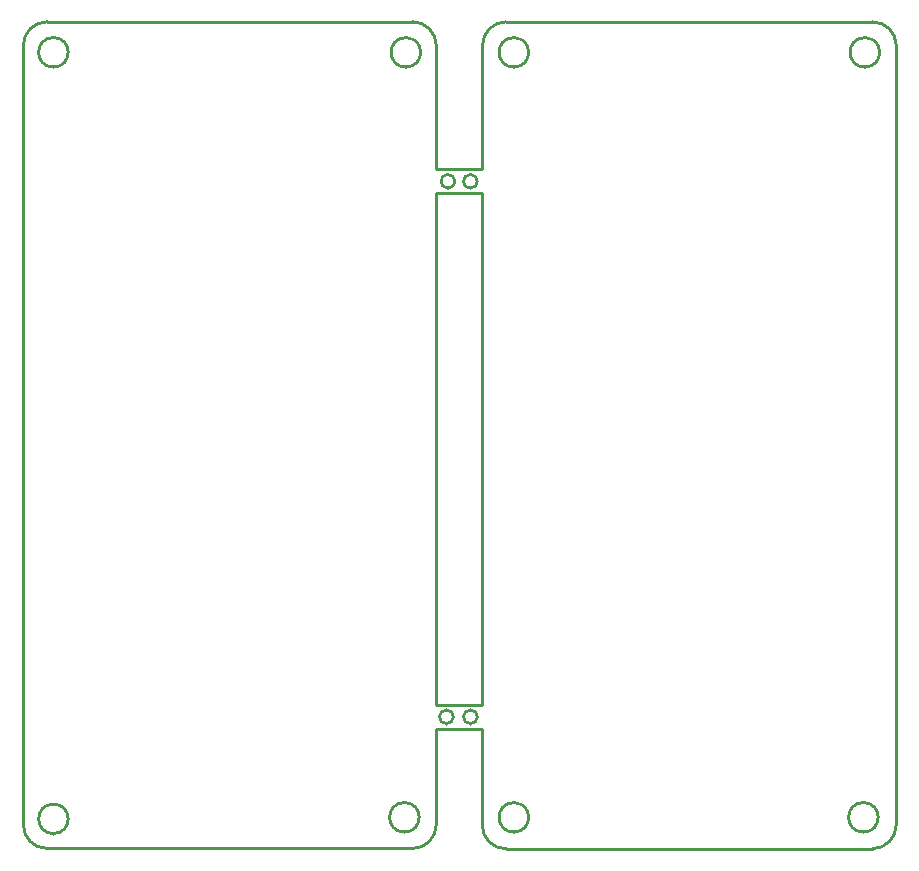
<source format=gko>
G04 Layer: BoardOutline*
G04 EasyEDA v6.4.19.4, 2021-06-11T14:51:01+08:00*
G04 1c108e45da03483e8fe651057a321652,2444bf6f38dc4a26b464d521983d9d6f,10*
G04 Gerber Generator version 0.2*
G04 Scale: 100 percent, Rotated: No, Reflected: No *
G04 Dimensions in millimeters *
G04 leading zeros omitted , absolute positions ,4 integer and 5 decimal *
%FSLAX45Y45*%
%MOMM*%

%ADD10C,0.2540*%
D10*
X3886200Y8547100D02*
G01*
X3495293Y8547100D01*
X3884929Y4214876D02*
G01*
X3884929Y8547100D01*
X7189802Y2998805D02*
G01*
X4084909Y2998805D01*
X3886200Y9798812D02*
G01*
X3886200Y8750300D01*
X7189802Y9998803D02*
G01*
X4086199Y9998803D01*
X3495212Y8749685D02*
G01*
X3886200Y8750300D01*
X3495212Y4214893D02*
G01*
X3884929Y4214893D01*
X3495288Y4011693D02*
G01*
X3884929Y4011676D01*
X3495288Y8546485D02*
G01*
X3495212Y4214893D01*
X3884929Y3197860D02*
G01*
X3884929Y4011676D01*
X7389799Y9798804D02*
G01*
X7389799Y3198797D01*
X3495288Y4011693D02*
G01*
X3495288Y3199825D01*
X3495293Y9800081D02*
G01*
X3495293Y8749792D01*
X199999Y10000000D02*
G01*
X3295213Y10000000D01*
X199999Y2999999D02*
G01*
X3302000Y2999999D01*
X0Y3200001D02*
G01*
X0Y9800000D01*
G75*
G01*
X0Y9800001D02*
G02*
X200000Y10000000I200000J0D01*
G75*
G01*
X200000Y2999999D02*
G02*
X0Y3200001I0J200000D01*
G75*
G01*
X7389802Y3198805D02*
G02*
X7189803Y2998805I-199999J0D01*
G75*
G01*
X7189803Y9998804D02*
G02*
X7389802Y9798804I0J-200000D01*
G75*
G01*
X3295213Y10000000D02*
G02*
X3495213Y9800001I0J-199999D01*
G75*
G01*
X3494768Y3199826D02*
G02*
X3294769Y2999826I-199999J0D01*
G75*
G01*
X4084909Y2997924D02*
G02*
X3884910Y3197924I0J200000D01*
G75*
G01*
X3886281Y9798723D02*
G02*
X4086281Y9998723I200000J0D01*
G75*
G01*
X254000Y3126199D02*
G03*
X253746Y3126199I-127J125001D01*
X253745Y3126198D02*
G01*
X254000Y3126198D01*
G75*
G01*
X3225800Y3138899D02*
G03*
X3225546Y3138899I-127J125001D01*
X3225545Y3138898D02*
G01*
X3225800Y3138898D01*
G75*
G01*
X4152900Y3138899D02*
G03*
X4152646Y3138899I-127J125001D01*
X4152645Y3138898D02*
G01*
X4152900Y3138898D01*
G75*
G01*
X7112000Y3138899D02*
G03*
X7111746Y3138899I-127J125001D01*
X7111745Y3138898D02*
G01*
X7112000Y3138898D01*
G75*
G01*
X7124700Y9615899D02*
G03*
X7124446Y9615899I-127J125001D01*
X7124445Y9615898D02*
G01*
X7124700Y9615898D01*
G75*
G01*
X4152900Y9615899D02*
G03*
X4152646Y9615899I-127J125001D01*
X4152645Y9615898D02*
G01*
X4152900Y9615898D01*
G75*
G01*
X3238500Y9615899D02*
G03*
X3238246Y9615899I-127J125001D01*
X3238245Y9615898D02*
G01*
X3238500Y9615898D01*
G75*
G01*
X254000Y9615899D02*
G03*
X253746Y9615899I-127J125001D01*
X253745Y9615898D02*
G01*
X254000Y9615898D01*
G75*
G01*
X3594100Y8590209D02*
G03*
X3593846Y8590209I-127J58491D01*
X3593845Y8590208D02*
G01*
X3594100Y8590208D01*
G75*
G01*
X3784597Y8590211D02*
G03*
X3784343Y8590211I-127J58491D01*
X3784343Y8590211D02*
G01*
X3784597Y8590211D01*
G75*
G01*
X3784597Y4056311D02*
G03*
X3784343Y4056311I-127J58491D01*
X3784343Y4056311D02*
G01*
X3784597Y4056311D01*
G75*
G01*
X3581397Y4056311D02*
G03*
X3581143Y4056311I-127J58491D01*
X3581143Y4056311D02*
G01*
X3581397Y4056311D01*

%LPD*%
M02*

</source>
